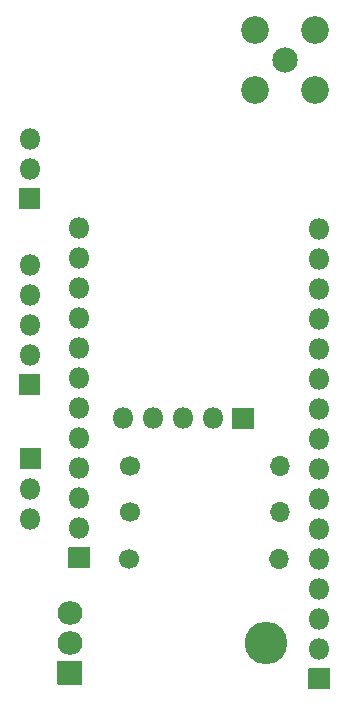
<source format=gbr>
%TF.GenerationSoftware,KiCad,Pcbnew,5.1.12-84ad8e8a86~92~ubuntu18.04.1*%
%TF.CreationDate,2022-01-08T21:29:22-05:00*%
%TF.ProjectId,remote,72656d6f-7465-42e6-9b69-6361645f7063,rev?*%
%TF.SameCoordinates,Original*%
%TF.FileFunction,Soldermask,Bot*%
%TF.FilePolarity,Negative*%
%FSLAX46Y46*%
G04 Gerber Fmt 4.6, Leading zero omitted, Abs format (unit mm)*
G04 Created by KiCad (PCBNEW 5.1.12-84ad8e8a86~92~ubuntu18.04.1) date 2022-01-08 21:29:22*
%MOMM*%
%LPD*%
G01*
G04 APERTURE LIST*
%ADD10O,1.800000X1.800000*%
%ADD11O,2.100000X2.005000*%
%ADD12O,3.600000X3.600000*%
%ADD13O,1.700000X1.700000*%
%ADD14C,1.700000*%
%ADD15C,2.350000*%
%ADD16C,2.150000*%
G04 APERTURE END LIST*
D10*
%TO.C,J2*%
X23550000Y-115270000D03*
X23550000Y-117810000D03*
X23550000Y-120350000D03*
X23550000Y-122890000D03*
G36*
G01*
X24450000Y-124580000D02*
X24450000Y-126280000D01*
G75*
G02*
X24400000Y-126330000I-50000J0D01*
G01*
X22700000Y-126330000D01*
G75*
G02*
X22650000Y-126280000I0J50000D01*
G01*
X22650000Y-124580000D01*
G75*
G02*
X22700000Y-124530000I50000J0D01*
G01*
X24400000Y-124530000D01*
G75*
G02*
X24450000Y-124580000I0J-50000D01*
G01*
G37*
%TD*%
D11*
%TO.C,Q1*%
X26940000Y-144730000D03*
X26940000Y-147270000D03*
G36*
G01*
X27940000Y-150812500D02*
X25940000Y-150812500D01*
G75*
G02*
X25890000Y-150762500I0J50000D01*
G01*
X25890000Y-148857500D01*
G75*
G02*
X25940000Y-148807500I50000J0D01*
G01*
X27940000Y-148807500D01*
G75*
G02*
X27990000Y-148857500I0J-50000D01*
G01*
X27990000Y-150762500D01*
G75*
G02*
X27940000Y-150812500I-50000J0D01*
G01*
G37*
D12*
X43600000Y-147270000D03*
%TD*%
D13*
%TO.C,R3*%
X44670000Y-140140000D03*
D14*
X31970000Y-140140000D03*
%TD*%
D10*
%TO.C,U2*%
X27740000Y-134990000D03*
G36*
G01*
X28640000Y-139220000D02*
X28640000Y-140920000D01*
G75*
G02*
X28590000Y-140970000I-50000J0D01*
G01*
X26890000Y-140970000D01*
G75*
G02*
X26840000Y-140920000I0J50000D01*
G01*
X26840000Y-139220000D01*
G75*
G02*
X26890000Y-139170000I50000J0D01*
G01*
X28590000Y-139170000D01*
G75*
G02*
X28640000Y-139220000I0J-50000D01*
G01*
G37*
X27740000Y-122290000D03*
X27740000Y-114670000D03*
X27740000Y-137530000D03*
X27740000Y-127370000D03*
X27740000Y-124830000D03*
X27740000Y-112130000D03*
X27740000Y-119750000D03*
X27740000Y-117210000D03*
X27740000Y-132450000D03*
X27740000Y-129910000D03*
G36*
G01*
X48960000Y-149460000D02*
X48960000Y-151160000D01*
G75*
G02*
X48910000Y-151210000I-50000J0D01*
G01*
X47210000Y-151210000D01*
G75*
G02*
X47160000Y-151160000I0J50000D01*
G01*
X47160000Y-149460000D01*
G75*
G02*
X47210000Y-149410000I50000J0D01*
G01*
X48910000Y-149410000D01*
G75*
G02*
X48960000Y-149460000I0J-50000D01*
G01*
G37*
X48060000Y-147770000D03*
X48060000Y-145230000D03*
X48060000Y-142690000D03*
X48060000Y-140150000D03*
X48060000Y-137610000D03*
X48060000Y-135070000D03*
X48060000Y-132530000D03*
X48060000Y-129990000D03*
X48060000Y-127450000D03*
X48060000Y-124910000D03*
X48060000Y-122370000D03*
X48060000Y-119830000D03*
X48060000Y-117290000D03*
X48060000Y-114750000D03*
X48060000Y-112210000D03*
%TD*%
D15*
%TO.C,J1*%
X42640000Y-100500000D03*
X42640000Y-95420000D03*
X47720000Y-95420000D03*
X47720000Y-100500000D03*
D16*
X45180000Y-97960000D03*
%TD*%
%TO.C,U5*%
G36*
G01*
X42480000Y-129180000D02*
X40780000Y-129180000D01*
G75*
G02*
X40730000Y-129130000I0J50000D01*
G01*
X40730000Y-127430000D01*
G75*
G02*
X40780000Y-127380000I50000J0D01*
G01*
X42480000Y-127380000D01*
G75*
G02*
X42530000Y-127430000I0J-50000D01*
G01*
X42530000Y-129130000D01*
G75*
G02*
X42480000Y-129180000I-50000J0D01*
G01*
G37*
D10*
X39090000Y-128280000D03*
X36550000Y-128280000D03*
X34010000Y-128280000D03*
X31470000Y-128280000D03*
%TD*%
D13*
%TO.C,R1*%
X44740000Y-132280000D03*
D14*
X32040000Y-132280000D03*
%TD*%
D13*
%TO.C,R2*%
X44740000Y-136210000D03*
D14*
X32040000Y-136210000D03*
%TD*%
D10*
%TO.C,J19*%
X23550000Y-104600000D03*
X23550000Y-107140000D03*
G36*
G01*
X24450000Y-108830000D02*
X24450000Y-110530000D01*
G75*
G02*
X24400000Y-110580000I-50000J0D01*
G01*
X22700000Y-110580000D01*
G75*
G02*
X22650000Y-110530000I0J50000D01*
G01*
X22650000Y-108830000D01*
G75*
G02*
X22700000Y-108780000I50000J0D01*
G01*
X24400000Y-108780000D01*
G75*
G02*
X24450000Y-108830000I0J-50000D01*
G01*
G37*
%TD*%
%TO.C,J5*%
X23600000Y-136770000D03*
X23600000Y-134230000D03*
G36*
G01*
X22700000Y-132540000D02*
X22700000Y-130840000D01*
G75*
G02*
X22750000Y-130790000I50000J0D01*
G01*
X24450000Y-130790000D01*
G75*
G02*
X24500000Y-130840000I0J-50000D01*
G01*
X24500000Y-132540000D01*
G75*
G02*
X24450000Y-132590000I-50000J0D01*
G01*
X22750000Y-132590000D01*
G75*
G02*
X22700000Y-132540000I0J50000D01*
G01*
G37*
%TD*%
M02*

</source>
